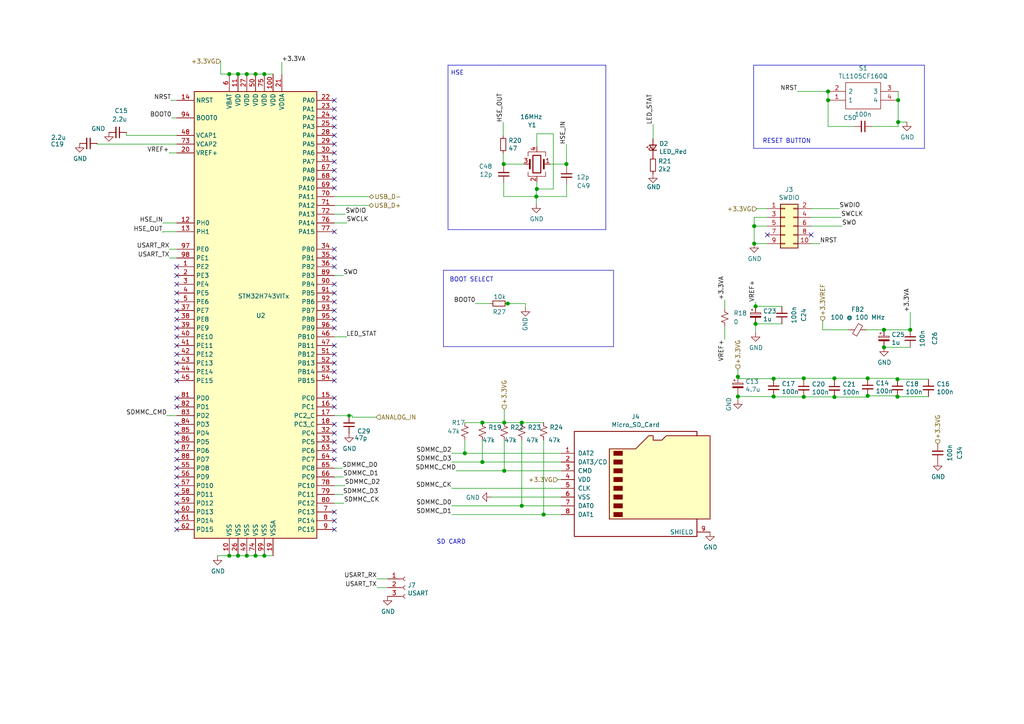
<source format=kicad_sch>
(kicad_sch (version 20201015) (generator eeschema)
  (paper "A4")
  (title_block (title "PorpDAQ MCU") (date "2020-11-16") (rev "1.0"))
  (lib_symbols
    (symbol "Connector:Conn_01x03_Female" (pin_names (offset 1.016) hide)
      (property "Reference" "J" (at 0 5.08 0))
      (property "Value" "Conn_01x03_Female" (at 0 -5.08 0))
      (symbol "Conn_01x03_Female_1_1"
        (arc (start 0 -2.032) (end 0 -3.048) (radius (at 0 -2.54) (length 0.508) (angles 90.1 -90.1)) (stroke (width 0.1524)))
        (arc (start 0 0.508) (end 0 -0.508) (radius (at 0 0) (length 0.508) (angles 90.1 -90.1)) (stroke (width 0.1524)))
        (arc (start 0 3.048) (end 0 2.032) (radius (at 0 2.54) (length 0.508) (angles 90.1 -90.1)) (stroke (width 0.1524)))
        (polyline (pts (xy -1.27 -2.54) (xy -0.508 -2.54)) (stroke (width 0.1524)))
        (polyline (pts (xy -1.27 0) (xy -0.508 0)) (stroke (width 0.1524)))
        (polyline (pts (xy -1.27 2.54) (xy -0.508 2.54)) (stroke (width 0.1524)))
        (pin passive line (at -5.08 2.54 0) (length 3.81) (name "Pin_1") (number "1"))
        (pin passive line (at -5.08 0 0) (length 3.81) (name "Pin_2") (number "2"))
        (pin passive line (at -5.08 -2.54 0) (length 3.81) (name "Pin_3") (number "3"))
      )
    )
    (symbol "Connector:Micro_SD_Card" (pin_names (offset 1.016))
      (property "Reference" "J" (at -16.51 15.24 0))
      (property "Value" "Micro_SD_Card" (at 16.51 15.24 0))
      (symbol "Micro_SD_Card_0_1"
        (rectangle (start -7.62 -9.525) (end -5.08 -10.795) (fill (type outline)))
        (rectangle (start -7.62 -6.985) (end -5.08 -8.255) (fill (type outline)))
        (rectangle (start -7.62 -4.445) (end -5.08 -5.715) (fill (type outline)))
        (rectangle (start -7.62 -1.905) (end -5.08 -3.175) (fill (type outline)))
        (rectangle (start -7.62 0.635) (end -5.08 -0.635) (fill (type outline)))
        (rectangle (start -7.62 3.175) (end -5.08 1.905) (fill (type outline)))
        (rectangle (start -7.62 5.715) (end -5.08 4.445) (fill (type outline)))
        (rectangle (start -7.62 8.255) (end -5.08 6.985) (fill (type outline)))
        (polyline (pts (xy 16.51 12.7) (xy 16.51 13.97) (xy -19.05 13.97) (xy -19.05 -16.51) (xy 16.51 -16.51) (xy 16.51 -11.43)) (stroke (width 0.254)))
        (polyline (pts (xy -8.89 -11.43) (xy -8.89 8.89) (xy -1.27 8.89) (xy 2.54 12.7) (xy 3.81 12.7) (xy 3.81 11.43) (xy 6.35 11.43) (xy 7.62 12.7) (xy 20.32 12.7) (xy 20.32 -11.43) (xy -8.89 -11.43)) (stroke (width 0.254)) (fill (type background)))
      )
      (symbol "Micro_SD_Card_1_1"
        (pin bidirectional line (at -22.86 7.62 0) (length 3.81) (name "DAT2") (number "1"))
        (pin bidirectional line (at -22.86 5.08 0) (length 3.81) (name "DAT3/CD") (number "2"))
        (pin input line (at -22.86 2.54 0) (length 3.81) (name "CMD") (number "3"))
        (pin power_in line (at -22.86 0 0) (length 3.81) (name "VDD") (number "4"))
        (pin input line (at -22.86 -2.54 0) (length 3.81) (name "CLK") (number "5"))
        (pin power_in line (at -22.86 -5.08 0) (length 3.81) (name "VSS") (number "6"))
        (pin bidirectional line (at -22.86 -7.62 0) (length 3.81) (name "DAT0") (number "7"))
        (pin bidirectional line (at -22.86 -10.16 0) (length 3.81) (name "DAT1") (number "8"))
        (pin passive line (at 20.32 -15.24 180) (length 3.81) (name "SHIELD") (number "9"))
      )
    )
    (symbol "Connector_Generic:Conn_02x05_Odd_Even" (pin_names (offset 1.016) hide)
      (property "Reference" "J" (at 1.27 7.62 0))
      (property "Value" "Conn_02x05_Odd_Even" (at 1.27 -7.62 0))
      (symbol "Conn_02x05_Odd_Even_1_1"
        (rectangle (start -1.27 -4.953) (end 0 -5.207) (stroke (width 0.1524)))
        (rectangle (start -1.27 -2.413) (end 0 -2.667) (stroke (width 0.1524)))
        (rectangle (start -1.27 2.667) (end 0 2.413) (stroke (width 0.1524)))
        (rectangle (start -1.27 5.207) (end 0 4.953) (stroke (width 0.1524)))
        (rectangle (start -1.27 6.35) (end 3.81 -6.35) (stroke (width 0.254)) (fill (type background)))
        (rectangle (start -1.27 0.127) (end 0 -0.127) (stroke (width 0.1524)))
        (rectangle (start 3.81 -4.953) (end 2.54 -5.207) (stroke (width 0.1524)))
        (rectangle (start 3.81 -2.413) (end 2.54 -2.667) (stroke (width 0.1524)))
        (rectangle (start 3.81 2.667) (end 2.54 2.413) (stroke (width 0.1524)))
        (rectangle (start 3.81 5.207) (end 2.54 4.953) (stroke (width 0.1524)))
        (rectangle (start 3.81 0.127) (end 2.54 -0.127) (stroke (width 0.1524)))
        (pin passive line (at -5.08 5.08 0) (length 3.81) (name "Pin_1") (number "1"))
        (pin passive line (at 7.62 -5.08 180) (length 3.81) (name "Pin_10") (number "10"))
        (pin passive line (at 7.62 5.08 180) (length 3.81) (name "Pin_2") (number "2"))
        (pin passive line (at -5.08 2.54 0) (length 3.81) (name "Pin_3") (number "3"))
        (pin passive line (at 7.62 2.54 180) (length 3.81) (name "Pin_4") (number "4"))
        (pin passive line (at -5.08 0 0) (length 3.81) (name "Pin_5") (number "5"))
        (pin passive line (at 7.62 0 180) (length 3.81) (name "Pin_6") (number "6"))
        (pin passive line (at -5.08 -2.54 0) (length 3.81) (name "Pin_7") (number "7"))
        (pin passive line (at 7.62 -2.54 180) (length 3.81) (name "Pin_8") (number "8"))
        (pin passive line (at -5.08 -5.08 0) (length 3.81) (name "Pin_9") (number "9"))
      )
    )
    (symbol "Device:C_Polarized_Small" (pin_numbers hide) (pin_names (offset 0.254) hide)
      (property "Reference" "C" (at 0.254 1.778 0))
      (property "Value" "C_Polarized_Small" (at 0.254 -2.032 0))
      (symbol "C_Polarized_Small_0_1"
        (rectangle (start -1.524 -0.3048) (end 1.524 -0.6858) (fill (type outline)))
        (rectangle (start -1.524 0.6858) (end 1.524 0.3048))
        (polyline (pts (xy -1.27 1.524) (xy -0.762 1.524)))
        (polyline (pts (xy -1.016 1.27) (xy -1.016 1.778)))
      )
      (symbol "C_Polarized_Small_1_1"
        (pin passive line (at 0 2.54 270) (length 1.8542) (name "~") (number "1"))
        (pin passive line (at 0 -2.54 90) (length 1.8542) (name "~") (number "2"))
      )
    )
    (symbol "Device:C_Small" (pin_numbers hide) (pin_names (offset 0.254) hide)
      (property "Reference" "C" (at 0.254 1.778 0))
      (property "Value" "C_Small" (at 0.254 -2.032 0))
      (symbol "C_Small_0_1"
        (polyline (pts (xy -1.524 -0.508) (xy 1.524 -0.508)) (stroke (width 0.3302)))
        (polyline (pts (xy -1.524 0.508) (xy 1.524 0.508)) (stroke (width 0.3048)))
      )
      (symbol "C_Small_1_1"
        (pin passive line (at 0 2.54 270) (length 2.032) (name "~") (number "1"))
        (pin passive line (at 0 -2.54 90) (length 2.032) (name "~") (number "2"))
      )
    )
    (symbol "Device:Crystal_GND24" (pin_names (offset 1.016) hide)
      (property "Reference" "Y" (at 3.175 5.08 0))
      (property "Value" "Crystal_GND24" (at 3.175 3.175 0))
      (symbol "Crystal_GND24_0_1"
        (rectangle (start -1.143 2.54) (end 1.143 -2.54) (stroke (width 0.3048)))
        (polyline (pts (xy -2.54 0) (xy -2.032 0)))
        (polyline (pts (xy -2.032 -1.27) (xy -2.032 1.27)) (stroke (width 0.508)))
        (polyline (pts (xy 0 -3.81) (xy 0 -3.556)))
        (polyline (pts (xy 0 3.556) (xy 0 3.81)))
        (polyline (pts (xy 2.032 -1.27) (xy 2.032 1.27)) (stroke (width 0.508)))
        (polyline (pts (xy 2.032 0) (xy 2.54 0)))
        (polyline (pts (xy -2.54 -2.286) (xy -2.54 -3.556) (xy 2.54 -3.556) (xy 2.54 -2.286)))
        (polyline (pts (xy -2.54 2.286) (xy -2.54 3.556) (xy 2.54 3.556) (xy 2.54 2.286)))
      )
      (symbol "Crystal_GND24_1_1"
        (pin passive line (at -3.81 0 0) (length 1.27) (name "1") (number "1"))
        (pin passive line (at 0 5.08 270) (length 1.27) (name "2") (number "2"))
        (pin passive line (at 3.81 0 180) (length 1.27) (name "3") (number "3"))
        (pin passive line (at 0 -5.08 90) (length 1.27) (name "4") (number "4"))
      )
    )
    (symbol "Device:FerriteBead_Small" (pin_numbers hide) (pin_names (offset 0))
      (property "Reference" "FB" (at 1.905 1.27 0))
      (property "Value" "FerriteBead_Small" (at 1.905 -1.27 0))
      (symbol "FerriteBead_Small_0_1"
        (polyline (pts (xy 0 -1.27) (xy 0 -0.7874)))
        (polyline (pts (xy 0 0.889) (xy 0 1.2954)))
        (polyline (pts (xy -1.8288 0.2794) (xy -1.1176 1.4986) (xy 1.8288 -0.2032) (xy 1.1176 -1.4224) (xy -1.8288 0.2794)))
      )
      (symbol "FerriteBead_Small_1_1"
        (pin passive line (at 0 2.54 270) (length 1.27) (name "~") (number "1"))
        (pin passive line (at 0 -2.54 90) (length 1.27) (name "~") (number "2"))
      )
    )
    (symbol "Device:LED_Small" (pin_numbers hide) (pin_names (offset 0.254) hide)
      (property "Reference" "D" (at -1.27 3.175 0))
      (property "Value" "LED_Small" (at -4.445 -2.54 0))
      (symbol "LED_Small_0_1"
        (polyline (pts (xy -0.762 -1.016) (xy -0.762 1.016)) (stroke (width 0.254)))
        (polyline (pts (xy 1.016 0) (xy -0.762 0)))
        (polyline (pts (xy 0.762 -1.016) (xy -0.762 0) (xy 0.762 1.016) (xy 0.762 -1.016)) (stroke (width 0.254)))
        (polyline (pts (xy 0 0.762) (xy -0.508 1.27) (xy -0.254 1.27) (xy -0.508 1.27) (xy -0.508 1.016)))
        (polyline (pts (xy 0.508 1.27) (xy 0 1.778) (xy 0.254 1.778) (xy 0 1.778) (xy 0 1.524)))
      )
      (symbol "LED_Small_1_1"
        (pin passive line (at -2.54 0 0) (length 1.778) (name "K") (number "1"))
        (pin passive line (at 2.54 0 180) (length 1.778) (name "A") (number "2"))
      )
    )
    (symbol "Device:R_Small" (pin_numbers hide) (pin_names (offset 0.254) hide)
      (property "Reference" "R" (at 0.762 0.508 0))
      (property "Value" "R_Small" (at 0.762 -1.016 0))
      (symbol "R_Small_0_1"
        (rectangle (start -0.762 1.778) (end 0.762 -1.778) (stroke (width 0.2032)))
      )
      (symbol "R_Small_1_1"
        (pin passive line (at 0 2.54 270) (length 0.762) (name "~") (number "1"))
        (pin passive line (at 0 -2.54 90) (length 0.762) (name "~") (number "2"))
      )
    )
    (symbol "Device:R_Small_US" (pin_numbers hide) (pin_names (offset 0.254) hide)
      (property "Reference" "R" (at 0.762 0.508 0))
      (property "Value" "R_Small_US" (at 0.762 -1.016 0))
      (symbol "R_Small_US_1_1"
        (polyline (pts (xy 0 0) (xy 1.016 -0.381) (xy 0 -0.762) (xy -1.016 -1.143) (xy 0 -1.524)))
        (polyline (pts (xy 0 1.524) (xy 1.016 1.143) (xy 0 0.762) (xy -1.016 0.381) (xy 0 0)))
        (pin passive line (at 0 2.54 270) (length 1.016) (name "~") (number "1"))
        (pin passive line (at 0 -2.54 90) (length 1.016) (name "~") (number "2"))
      )
    )
    (symbol "MCU_ST_STM32H7:STM32H743VITx"
      (property "Reference" "U" (at -17.78 64.77 0))
      (property "Value" "STM32H743VITx" (at 10.16 64.77 0))
      (symbol "STM32H743VITx_0_1"
        (rectangle (start -17.78 -66.04) (end 17.78 63.5) (stroke (width 0.254)) (fill (type background)))
      )
      (symbol "STM32H743VITx_1_1"
        (pin input line (at -22.86 55.88 0) (length 5.08) (name "BOOT0") (number "94"))
        (pin input line (at -22.86 60.96 0) (length 5.08) (name "NRST") (number "14"))
        (pin bidirectional line (at 22.86 60.96 180) (length 5.08) (name "PA0") (number "22"))
        (pin bidirectional line (at 22.86 58.42 180) (length 5.08) (name "PA1") (number "23"))
        (pin bidirectional line (at 22.86 35.56 180) (length 5.08) (name "PA10") (number "69"))
        (pin bidirectional line (at 22.86 33.02 180) (length 5.08) (name "PA11") (number "70"))
        (pin bidirectional line (at 22.86 30.48 180) (length 5.08) (name "PA12") (number "71"))
        (pin bidirectional line (at 22.86 27.94 180) (length 5.08) (name "PA13") (number "72"))
        (pin bidirectional line (at 22.86 25.4 180) (length 5.08) (name "PA14") (number "76"))
        (pin bidirectional line (at 22.86 22.86 180) (length 5.08) (name "PA15") (number "77"))
        (pin bidirectional line (at 22.86 55.88 180) (length 5.08) (name "PA2") (number "24"))
        (pin bidirectional line (at 22.86 53.34 180) (length 5.08) (name "PA3") (number "25"))
        (pin bidirectional line (at 22.86 50.8 180) (length 5.08) (name "PA4") (number "28"))
        (pin bidirectional line (at 22.86 48.26 180) (length 5.08) (name "PA5") (number "29"))
        (pin bidirectional line (at 22.86 45.72 180) (length 5.08) (name "PA6") (number "30"))
        (pin bidirectional line (at 22.86 43.18 180) (length 5.08) (name "PA7") (number "31"))
        (pin bidirectional line (at 22.86 40.64 180) (length 5.08) (name "PA8") (number "67"))
        (pin bidirectional line (at 22.86 38.1 180) (length 5.08) (name "PA9") (number "68"))
        (pin bidirectional line (at 22.86 17.78 180) (length 5.08) (name "PB0") (number "34"))
        (pin bidirectional line (at 22.86 15.24 180) (length 5.08) (name "PB1") (number "35"))
        (pin bidirectional line (at 22.86 -7.62 180) (length 5.08) (name "PB10") (number "46"))
        (pin bidirectional line (at 22.86 -10.16 180) (length 5.08) (name "PB11") (number "47"))
        (pin bidirectional line (at 22.86 -12.7 180) (length 5.08) (name "PB12") (number "51"))
        (pin bidirectional line (at 22.86 -15.24 180) (length 5.08) (name "PB13") (number "52"))
        (pin bidirectional line (at 22.86 -17.78 180) (length 5.08) (name "PB14") (number "53"))
        (pin bidirectional line (at 22.86 -20.32 180) (length 5.08) (name "PB15") (number "54"))
        (pin bidirectional line (at 22.86 12.7 180) (length 5.08) (name "PB2") (number "36"))
        (pin bidirectional line (at 22.86 10.16 180) (length 5.08) (name "PB3") (number "89"))
        (pin bidirectional line (at 22.86 7.62 180) (length 5.08) (name "PB4") (number "90"))
        (pin bidirectional line (at 22.86 5.08 180) (length 5.08) (name "PB5") (number "91"))
        (pin bidirectional line (at 22.86 2.54 180) (length 5.08) (name "PB6") (number "92"))
        (pin bidirectional line (at 22.86 0 180) (length 5.08) (name "PB7") (number "93"))
        (pin bidirectional line (at 22.86 -2.54 180) (length 5.08) (name "PB8") (number "95"))
        (pin bidirectional line (at 22.86 -5.08 180) (length 5.08) (name "PB9") (number "96"))
        (pin bidirectional line (at 22.86 -25.4 180) (length 5.08) (name "PC0") (number "15"))
        (pin bidirectional line (at 22.86 -27.94 180) (length 5.08) (name "PC1") (number "16"))
        (pin bidirectional line (at 22.86 -50.8 180) (length 5.08) (name "PC10") (number "78"))
        (pin bidirectional line (at 22.86 -53.34 180) (length 5.08) (name "PC11") (number "79"))
        (pin bidirectional line (at 22.86 -55.88 180) (length 5.08) (name "PC12") (number "80"))
        (pin bidirectional line (at 22.86 -58.42 180) (length 5.08) (name "PC13") (number "7"))
        (pin bidirectional line (at 22.86 -60.96 180) (length 5.08) (name "PC14") (number "8"))
        (pin bidirectional line (at 22.86 -63.5 180) (length 5.08) (name "PC15") (number "9"))
        (pin bidirectional line (at 22.86 -30.48 180) (length 5.08) (name "PC2_C") (number "17"))
        (pin bidirectional line (at 22.86 -33.02 180) (length 5.08) (name "PC3_C") (number "18"))
        (pin bidirectional line (at 22.86 -35.56 180) (length 5.08) (name "PC4") (number "32"))
        (pin bidirectional line (at 22.86 -38.1 180) (length 5.08) (name "PC5") (number "33"))
        (pin bidirectional line (at 22.86 -40.64 180) (length 5.08) (name "PC6") (number "63"))
        (pin bidirectional line (at 22.86 -43.18 180) (length 5.08) (name "PC7") (number "64"))
        (pin bidirectional line (at 22.86 -45.72 180) (length 5.08) (name "PC8") (number "65"))
        (pin bidirectional line (at 22.86 -48.26 180) (length 5.08) (name "PC9") (number "66"))
        (pin bidirectional line (at -22.86 -25.4 0) (length 5.08) (name "PD0") (number "81"))
        (pin bidirectional line (at -22.86 -27.94 0) (length 5.08) (name "PD1") (number "82"))
        (pin bidirectional line (at -22.86 -50.8 0) (length 5.08) (name "PD10") (number "57"))
        (pin bidirectional line (at -22.86 -53.34 0) (length 5.08) (name "PD11") (number "58"))
        (pin bidirectional line (at -22.86 -55.88 0) (length 5.08) (name "PD12") (number "59"))
        (pin bidirectional line (at -22.86 -58.42 0) (length 5.08) (name "PD13") (number "60"))
        (pin bidirectional line (at -22.86 -60.96 0) (length 5.08) (name "PD14") (number "61"))
        (pin bidirectional line (at -22.86 -63.5 0) (length 5.08) (name "PD15") (number "62"))
        (pin bidirectional line (at -22.86 -30.48 0) (length 5.08) (name "PD2") (number "83"))
        (pin bidirectional line (at -22.86 -33.02 0) (length 5.08) (name "PD3") (number "84"))
        (pin bidirectional line (at -22.86 -35.56 0) (length 5.08) (name "PD4") (number "85"))
        (pin bidirectional line (at -22.86 -38.1 0) (length 5.08) (name "PD5") (number "86"))
        (pin bidirectional line (at -22.86 -40.64 0) (length 5.08) (name "PD6") (number "87"))
        (pin bidirectional line (at -22.86 -43.18 0) (length 5.08) (name "PD7") (number "88"))
        (pin bidirectional line (at -22.86 -45.72 0) (length 5.08) (name "PD8") (number "55"))
        (pin bidirectional line (at -22.86 -48.26 0) (length 5.08) (name "PD9") (number "56"))
        (pin bidirectional line (at -22.86 17.78 0) (length 5.08) (name "PE0") (number "97"))
        (pin bidirectional line (at -22.86 15.24 0) (length 5.08) (name "PE1") (number "98"))
        (pin bidirectional line (at -22.86 -7.62 0) (length 5.08) (name "PE10") (number "40"))
        (pin bidirectional line (at -22.86 -10.16 0) (length 5.08) (name "PE11") (number "41"))
        (pin bidirectional line (at -22.86 -12.7 0) (length 5.08) (name "PE12") (number "42"))
        (pin bidirectional line (at -22.86 -15.24 0) (length 5.08) (name "PE13") (number "43"))
        (pin bidirectional line (at -22.86 -17.78 0) (length 5.08) (name "PE14") (number "44"))
        (pin bidirectional line (at -22.86 -20.32 0) (length 5.08) (name "PE15") (number "45"))
        (pin bidirectional line (at -22.86 12.7 0) (length 5.08) (name "PE2") (number "1"))
        (pin bidirectional line (at -22.86 10.16 0) (length 5.08) (name "PE3") (number "2"))
        (pin bidirectional line (at -22.86 7.62 0) (length 5.08) (name "PE4") (number "3"))
        (pin bidirectional line (at -22.86 5.08 0) (length 5.08) (name "PE5") (number "4"))
        (pin bidirectional line (at -22.86 2.54 0) (length 5.08) (name "PE6") (number "5"))
        (pin bidirectional line (at -22.86 0 0) (length 5.08) (name "PE7") (number "37"))
        (pin bidirectional line (at -22.86 -2.54 0) (length 5.08) (name "PE8") (number "38"))
        (pin bidirectional line (at -22.86 -5.08 0) (length 5.08) (name "PE9") (number "39"))
        (pin input line (at -22.86 25.4 0) (length 5.08) (name "PH0") (number "12"))
        (pin input line (at -22.86 22.86 0) (length 5.08) (name "PH1") (number "13"))
        (pin power_in line (at -7.62 68.58 270) (length 5.08) (name "VBAT") (number "6"))
        (pin power_in line (at -22.86 50.8 0) (length 5.08) (name "VCAP1") (number "48"))
        (pin power_in line (at -22.86 48.26 0) (length 5.08) (name "VCAP2") (number "73"))
        (pin power_in line (at 5.08 68.58 270) (length 5.08) (name "VDD") (number "100"))
        (pin power_in line (at -5.08 68.58 270) (length 5.08) (name "VDD") (number "11"))
        (pin power_in line (at -2.54 68.58 270) (length 5.08) (name "VDD") (number "27"))
        (pin power_in line (at 0 68.58 270) (length 5.08) (name "VDD") (number "50"))
        (pin power_in line (at 2.54 68.58 270) (length 5.08) (name "VDD") (number "75"))
        (pin power_in line (at 7.62 68.58 270) (length 5.08) (name "VDDA") (number "21"))
        (pin bidirectional line (at -22.86 45.72 0) (length 5.08) (name "VREF+") (number "20"))
        (pin power_in line (at -7.62 -71.12 90) (length 5.08) (name "VSS") (number "10"))
        (pin power_in line (at -5.08 -71.12 90) (length 5.08) (name "VSS") (number "26"))
        (pin power_in line (at -2.54 -71.12 90) (length 5.08) (name "VSS") (number "49"))
        (pin power_in line (at 0 -71.12 90) (length 5.08) (name "VSS") (number "74"))
        (pin power_in line (at 2.54 -71.12 90) (length 5.08) (name "VSS") (number "99"))
        (pin power_in line (at 5.08 -71.12 90) (length 5.08) (name "VSSA") (number "19"))
      )
    )
    (symbol "SamacSys_Parts:TL1105CF160Q_0" (pin_names (offset 0.762))
      (property "Reference" "S" (at 16.51 7.62 0))
      (property "Value" "TL1105CF160Q_0" (at 16.51 5.08 0))
      (symbol "TL1105CF160Q_0_0_0"
        (pin passive line (at 0 -2.54 0) (length 5.08) (name "1") (number "1"))
        (pin passive line (at 0 0 0) (length 5.08) (name "2") (number "2"))
        (pin passive line (at 20.32 0 180) (length 5.08) (name "3") (number "3"))
        (pin passive line (at 20.32 -2.54 180) (length 5.08) (name "4") (number "4"))
      )
      (symbol "TL1105CF160Q_0_0_1"
        (polyline (pts (xy 5.08 2.54) (xy 15.24 2.54) (xy 15.24 -5.08) (xy 5.08 -5.08) (xy 5.08 2.54)) (stroke (width 0.1524)))
      )
    )
    (symbol "power:GND" (power) (pin_names (offset 0))
      (property "Value" "GND" (at 0 -3.81 0))
      (symbol "GND_0_1"
        (polyline (pts (xy 0 0) (xy 0 -1.27) (xy 1.27 -1.27) (xy 0 -2.54) (xy -1.27 -1.27) (xy 0 -1.27)))
      )
      (symbol "GND_1_1"
        (pin power_in line (at 0 0 270) (length 0) hide (name "GND") (number "1"))
      )
    )
  )
  (junction (at 66.4972 21.4884) (diameter 1.016))
  (junction (at 66.4972 161.1884) (diameter 1.016))
  (junction (at 69.0372 21.4884) (diameter 1.016))
  (junction (at 69.0372 161.1884) (diameter 1.016))
  (junction (at 71.5772 21.4884) (diameter 1.016))
  (junction (at 71.5772 161.1884) (diameter 1.016))
  (junction (at 74.1172 21.4884) (diameter 1.016))
  (junction (at 74.1172 161.1884) (diameter 1.016))
  (junction (at 76.6572 21.4884) (diameter 1.016))
  (junction (at 76.6572 161.1884) (diameter 1.016))
  (junction (at 101.2444 120.5484) (diameter 0.9144))
  (junction (at 134.8232 131.4704) (diameter 1.016))
  (junction (at 139.9032 122.5804) (diameter 1.016))
  (junction (at 139.9032 134.0104) (diameter 1.016))
  (junction (at 146.1008 47.5996) (diameter 1.016))
  (junction (at 146.2532 122.5804) (diameter 1.016))
  (junction (at 146.2532 136.5504) (diameter 1.016))
  (junction (at 147.2692 88.0364) (diameter 1.016))
  (junction (at 151.3332 122.5804) (diameter 1.016))
  (junction (at 151.3332 146.7104) (diameter 1.016))
  (junction (at 155.5496 56.9976) (diameter 1.016))
  (junction (at 155.702 54.8132) (diameter 1.016))
  (junction (at 157.6832 149.2504) (diameter 1.016))
  (junction (at 164.2872 47.5996) (diameter 1.016))
  (junction (at 214.0204 109.2708) (diameter 1.016))
  (junction (at 214.0204 115.0112) (diameter 1.016))
  (junction (at 218.7448 65.5828) (diameter 1.016))
  (junction (at 218.7448 70.6628) (diameter 1.016))
  (junction (at 219.1512 88.8492) (diameter 1.016))
  (junction (at 219.1512 93.9292) (diameter 1.016))
  (junction (at 224.3836 109.8296) (diameter 1.016))
  (junction (at 224.3836 115.0112) (diameter 1.016))
  (junction (at 233.1212 109.728) (diameter 1.016))
  (junction (at 233.1212 115.1128) (diameter 1.016))
  (junction (at 240.1824 26.5176) (diameter 1.016))
  (junction (at 240.1824 29.0576) (diameter 1.016))
  (junction (at 242.0112 109.728) (diameter 1.016))
  (junction (at 242.0112 115.1636) (diameter 1.016))
  (junction (at 251.6632 109.728) (diameter 1.016))
  (junction (at 251.6632 114.808) (diameter 1.016))
  (junction (at 256.3876 95.6564) (diameter 1.016))
  (junction (at 256.3876 100.7364) (diameter 1.016))
  (junction (at 260.2992 109.982) (diameter 1.016))
  (junction (at 260.2992 115.062) (diameter 1.016))
  (junction (at 260.5024 29.0576) (diameter 1.016))
  (junction (at 260.5024 35.4076) (diameter 1.016))
  (junction (at 264.0076 95.6564) (diameter 1.016))
  (no_connect (at 96.9772 151.0284))
  (no_connect (at 96.9772 128.1684))
  (no_connect (at 96.9772 110.3884))
  (no_connect (at 51.2572 151.0284))
  (no_connect (at 222.5548 68.1228))
  (no_connect (at 51.2572 125.6284))
  (no_connect (at 51.2572 90.0684))
  (no_connect (at 51.2572 100.2284))
  (no_connect (at 51.2572 130.7084))
  (no_connect (at 96.9772 105.3084))
  (no_connect (at 51.2572 105.3084))
  (no_connect (at 51.2572 148.4884))
  (no_connect (at 96.9772 54.5084))
  (no_connect (at 51.2572 79.9084))
  (no_connect (at 51.2572 135.7884))
  (no_connect (at 51.2572 84.9884))
  (no_connect (at 235.2548 68.1228))
  (no_connect (at 51.2572 145.9484))
  (no_connect (at 51.2572 77.3684))
  (no_connect (at 96.9772 72.2884))
  (no_connect (at 96.9772 51.9684))
  (no_connect (at 96.9772 90.0684))
  (no_connect (at 51.2572 102.7684))
  (no_connect (at 96.9772 107.8484))
  (no_connect (at 96.9772 49.4284))
  (no_connect (at 51.2572 123.0884))
  (no_connect (at 51.2572 118.0084))
  (no_connect (at 96.9772 36.7284))
  (no_connect (at 96.9772 123.0884))
  (no_connect (at 51.2572 133.2484))
  (no_connect (at 96.9772 133.2484))
  (no_connect (at 51.2572 110.3884))
  (no_connect (at 51.2572 82.4484))
  (no_connect (at 51.2572 143.4084))
  (no_connect (at 51.2572 115.4684))
  (no_connect (at 96.9772 82.4484))
  (no_connect (at 96.9772 74.8284))
  (no_connect (at 96.9772 125.6284))
  (no_connect (at 96.9772 100.2284))
  (no_connect (at 51.2572 87.5284))
  (no_connect (at 96.9772 153.5684))
  (no_connect (at 96.9772 31.6484))
  (no_connect (at 96.9772 148.4884))
  (no_connect (at 96.9772 67.2084))
  (no_connect (at 96.9772 44.3484))
  (no_connect (at 96.9772 29.1084))
  (no_connect (at 96.9772 95.1484))
  (no_connect (at 51.2572 107.8484))
  (no_connect (at 96.9772 41.8084))
  (no_connect (at 96.9772 118.0084))
  (no_connect (at 51.2572 97.6884))
  (no_connect (at 51.2572 138.3284))
  (no_connect (at 51.2572 128.1684))
  (no_connect (at 51.2572 153.5684))
  (no_connect (at 51.2572 140.8684))
  (no_connect (at 96.9772 46.8884))
  (no_connect (at 96.9772 39.2684))
  (no_connect (at 96.9772 87.5284))
  (no_connect (at 96.9772 115.4684))
  (no_connect (at 96.9772 102.7684))
  (no_connect (at 96.9772 130.7084))
  (no_connect (at 96.9772 77.3684))
  (no_connect (at 51.2572 95.1484))
  (no_connect (at 96.9772 34.1884))
  (no_connect (at 96.9772 84.9884))
  (no_connect (at 51.2572 92.6084))
  (no_connect (at 96.9772 92.6084))
  (wire (pts (xy 28.194 41.8084) (xy 28.194 41.6052)))
  (wire (pts (xy 36.6776 39.2684) (xy 36.6776 38.4048)))
  (wire (pts (xy 47.1932 67.2084) (xy 47.1932 67.4116)))
  (wire (pts (xy 47.2948 64.6684) (xy 47.2948 64.7192)))
  (wire (pts (xy 48.4124 120.5484) (xy 48.4124 120.5992)))
  (wire (pts (xy 49.0728 44.3484) (xy 49.0728 44.3992)))
  (wire (pts (xy 49.1744 72.2884) (xy 49.1744 72.2376)))
  (wire (pts (xy 49.1744 74.8284) (xy 51.2572 74.8284)))
  (wire (pts (xy 49.6316 29.1084) (xy 49.6316 29.1592)))
  (wire (pts (xy 49.784 34.1884) (xy 51.2572 34.1884)))
  (wire (pts (xy 51.2572 29.1084) (xy 49.6316 29.1084)))
  (wire (pts (xy 51.2572 39.2684) (xy 36.6776 39.2684)))
  (wire (pts (xy 51.2572 41.8084) (xy 28.194 41.8084)))
  (wire (pts (xy 51.2572 44.3484) (xy 49.0728 44.3484)))
  (wire (pts (xy 51.2572 64.6684) (xy 47.2948 64.6684)))
  (wire (pts (xy 51.2572 67.2084) (xy 47.1932 67.2084)))
  (wire (pts (xy 51.2572 72.2884) (xy 49.1744 72.2884)))
  (wire (pts (xy 51.2572 120.5484) (xy 48.4124 120.5484)))
  (wire (pts (xy 63.0936 161.1884) (xy 63.0936 161.29)))
  (wire (pts (xy 64.008 21.4884) (xy 64.008 17.78)))
  (wire (pts (xy 66.4972 21.4884) (xy 64.008 21.4884)))
  (wire (pts (xy 66.4972 161.1884) (xy 63.0936 161.1884)))
  (wire (pts (xy 69.0372 21.4884) (xy 66.4972 21.4884)))
  (wire (pts (xy 69.0372 161.1884) (xy 66.4972 161.1884)))
  (wire (pts (xy 71.5772 21.4884) (xy 69.0372 21.4884)))
  (wire (pts (xy 71.5772 161.1884) (xy 69.0372 161.1884)))
  (wire (pts (xy 74.1172 21.4884) (xy 71.5772 21.4884)))
  (wire (pts (xy 74.1172 161.1884) (xy 71.5772 161.1884)))
  (wire (pts (xy 76.6572 21.4884) (xy 74.1172 21.4884)))
  (wire (pts (xy 76.6572 161.1884) (xy 74.1172 161.1884)))
  (wire (pts (xy 79.1972 21.4884) (xy 76.6572 21.4884)))
  (wire (pts (xy 79.1972 161.1884) (xy 76.6572 161.1884)))
  (wire (pts (xy 81.7372 18.0848) (xy 81.6864 18.0848)))
  (wire (pts (xy 81.7372 21.4884) (xy 81.7372 18.0848)))
  (wire (pts (xy 96.9772 57.0484) (xy 107.1372 57.0484)))
  (wire (pts (xy 96.9772 59.5884) (xy 107.0864 59.5884)))
  (wire (pts (xy 96.9772 62.1284) (xy 100.1776 62.1284)))
  (wire (pts (xy 96.9772 64.6684) (xy 100.4824 64.6684)))
  (wire (pts (xy 96.9772 79.9084) (xy 99.568 79.9084)))
  (wire (pts (xy 96.9772 97.6884) (xy 100.4316 97.6884)))
  (wire (pts (xy 96.9772 120.5484) (xy 101.2444 120.5484)))
  (wire (pts (xy 96.9772 135.7884) (xy 99.2632 135.7884)))
  (wire (pts (xy 96.9772 138.3284) (xy 99.5172 138.3284)))
  (wire (pts (xy 96.9772 140.8684) (xy 99.9744 140.8684)))
  (wire (pts (xy 96.9772 143.4084) (xy 99.4664 143.4084)))
  (wire (pts (xy 96.9772 145.9484) (xy 99.7204 145.9484)))
  (wire (pts (xy 99.2632 135.7884) (xy 99.2632 135.8392)))
  (wire (pts (xy 99.4664 143.4084) (xy 99.4664 143.4592)))
  (wire (pts (xy 99.5172 138.3284) (xy 99.5172 138.2776)))
  (wire (pts (xy 99.7204 145.9484) (xy 99.7204 145.8976)))
  (wire (pts (xy 99.9744 140.8684) (xy 99.9744 140.7668)))
  (wire (pts (xy 100.4316 97.6884) (xy 100.4316 97.8408)))
  (wire (pts (xy 100.4824 64.6684) (xy 100.4824 64.5668)))
  (wire (pts (xy 101.2444 120.65) (xy 101.2444 120.5484)))
  (wire (pts (xy 102.1588 120.5484) (xy 101.2444 120.5484)))
  (wire (pts (xy 102.1588 121.0056) (xy 102.1588 120.5484)))
  (wire (pts (xy 109.0676 121.0056) (xy 102.1588 121.0056)))
  (wire (pts (xy 109.3216 167.894) (xy 109.3216 167.8432)))
  (wire (pts (xy 109.3216 170.434) (xy 112.4204 170.434)))
  (wire (pts (xy 112.4204 167.894) (xy 109.3216 167.894)))
  (wire (pts (xy 131.0132 131.4704) (xy 134.8232 131.4704)))
  (wire (pts (xy 131.0132 134.0104) (xy 139.9032 134.0104)))
  (wire (pts (xy 131.0132 141.6304) (xy 162.7632 141.6304)))
  (wire (pts (xy 131.0132 146.7104) (xy 151.3332 146.7104)))
  (wire (pts (xy 131.0132 149.2504) (xy 157.6832 149.2504)))
  (wire (pts (xy 132.2832 136.5504) (xy 146.2532 136.5504)))
  (wire (pts (xy 134.8232 122.5804) (xy 139.9032 122.5804)))
  (wire (pts (xy 134.8232 127.6604) (xy 134.8232 131.4704)))
  (wire (pts (xy 134.8232 131.4704) (xy 162.7632 131.4704)))
  (wire (pts (xy 137.922 88.0364) (xy 137.922 87.9856)))
  (wire (pts (xy 139.9032 127.6604) (xy 139.9032 134.0104)))
  (wire (pts (xy 139.9032 134.0104) (xy 162.7632 134.0104)))
  (wire (pts (xy 142.1892 88.0364) (xy 137.922 88.0364)))
  (wire (pts (xy 145.9484 39.37) (xy 145.9484 35.4584)))
  (wire (pts (xy 145.9484 44.45) (xy 145.9484 47.5996)))
  (wire (pts (xy 145.9484 47.5996) (xy 146.1008 47.5996)))
  (wire (pts (xy 146.1008 47.5996) (xy 151.892 47.5996)))
  (wire (pts (xy 146.1008 48.006) (xy 146.1008 47.5996)))
  (wire (pts (xy 146.1008 53.086) (xy 146.1008 56.9976)))
  (wire (pts (xy 146.1008 56.9976) (xy 155.5496 56.9976)))
  (wire (pts (xy 146.2532 118.7704) (xy 146.2532 122.5804)))
  (wire (pts (xy 146.2532 122.5804) (xy 139.9032 122.5804)))
  (wire (pts (xy 146.2532 122.5804) (xy 151.3332 122.5804)))
  (wire (pts (xy 146.2532 127.6604) (xy 146.2532 136.5504)))
  (wire (pts (xy 146.2532 136.5504) (xy 162.7632 136.5504)))
  (wire (pts (xy 147.2184 88.0364) (xy 147.2692 88.0364)))
  (wire (pts (xy 147.2692 88.0364) (xy 152.4 88.0364)))
  (wire (pts (xy 151.3332 127.6604) (xy 151.3332 146.7104)))
  (wire (pts (xy 151.3332 146.7104) (xy 162.7632 146.7104)))
  (wire (pts (xy 152.4 88.0364) (xy 152.4 89.154)))
  (wire (pts (xy 155.5496 54.8132) (xy 155.702 54.8132)))
  (wire (pts (xy 155.5496 56.9976) (xy 155.5496 54.8132)))
  (wire (pts (xy 155.5496 56.9976) (xy 155.5496 59.182)))
  (wire (pts (xy 155.5496 56.9976) (xy 164.338 56.9976)))
  (wire (pts (xy 155.702 38.8112) (xy 160.4772 38.8112)))
  (wire (pts (xy 155.702 42.5196) (xy 155.702 38.8112)))
  (wire (pts (xy 155.702 52.6796) (xy 155.702 54.8132)))
  (wire (pts (xy 157.6832 122.5804) (xy 151.3332 122.5804)))
  (wire (pts (xy 157.6832 127.6604) (xy 157.6832 149.2504)))
  (wire (pts (xy 157.6832 149.2504) (xy 162.7632 149.2504)))
  (wire (pts (xy 159.512 47.5996) (xy 164.2872 47.5996)))
  (wire (pts (xy 160.4772 38.8112) (xy 160.4772 54.8132)))
  (wire (pts (xy 160.4772 54.8132) (xy 155.702 54.8132)))
  (wire (pts (xy 161.798 139.0904) (xy 161.798 139.1412)))
  (wire (pts (xy 162.7632 139.0904) (xy 161.798 139.0904)))
  (wire (pts (xy 162.7632 144.1704) (xy 142.4432 144.1704)))
  (wire (pts (xy 164.2872 41.8592) (xy 164.2872 47.5996)))
  (wire (pts (xy 164.2872 47.5996) (xy 164.338 47.5996)))
  (wire (pts (xy 164.338 47.5996) (xy 164.338 48.3616)))
  (wire (pts (xy 164.338 53.4416) (xy 164.338 56.9976)))
  (wire (pts (xy 189.4332 36.068) (xy 189.4332 40.2844)))
  (wire (pts (xy 189.4332 40.2844) (xy 189.3824 40.2844)))
  (wire (pts (xy 210.2104 87.0204) (xy 210.2104 89.5604)))
  (wire (pts (xy 210.2104 94.6404) (xy 210.2104 98.4504)))
  (wire (pts (xy 214.0204 107.1372) (xy 214.0204 109.2708)))
  (wire (pts (xy 214.0204 109.8296) (xy 214.0204 109.2708)))
  (wire (pts (xy 214.0204 114.3508) (xy 214.0204 115.0112)))
  (wire (pts (xy 214.0204 115.0112) (xy 214.0204 115.9764)))
  (wire (pts (xy 218.7448 63.0428) (xy 218.7448 65.5828)))
  (wire (pts (xy 218.7448 65.5828) (xy 218.7448 70.6628)))
  (wire (pts (xy 219.1512 87.5792) (xy 219.1512 88.8492)))
  (wire (pts (xy 219.1512 93.9292) (xy 219.1512 96.4692)))
  (wire (pts (xy 219.456 60.5028) (xy 219.456 60.6044)))
  (wire (pts (xy 222.5548 60.5028) (xy 219.456 60.5028)))
  (wire (pts (xy 222.5548 63.0428) (xy 218.7448 63.0428)))
  (wire (pts (xy 222.5548 65.5828) (xy 218.7448 65.5828)))
  (wire (pts (xy 222.5548 70.6628) (xy 218.7448 70.6628)))
  (wire (pts (xy 224.3836 109.728) (xy 233.1212 109.728)))
  (wire (pts (xy 224.3836 109.8296) (xy 214.0204 109.8296)))
  (wire (pts (xy 224.3836 109.8296) (xy 224.3836 109.728)))
  (wire (pts (xy 224.3836 109.9312) (xy 224.3836 109.8296)))
  (wire (pts (xy 224.3836 115.0112) (xy 214.0204 115.0112)))
  (wire (pts (xy 224.3836 115.1128) (xy 224.3836 115.0112)))
  (wire (pts (xy 226.7712 88.8492) (xy 219.1512 88.8492)))
  (wire (pts (xy 226.7712 93.9292) (xy 219.1512 93.9292)))
  (wire (pts (xy 233.1212 109.728) (xy 242.0112 109.728)))
  (wire (pts (xy 233.1212 110.0328) (xy 233.1212 109.728)))
  (wire (pts (xy 233.1212 115.1128) (xy 224.3836 115.1128)))
  (wire (pts (xy 233.1212 115.1128) (xy 242.0112 115.1128)))
  (wire (pts (xy 235.2548 60.5028) (xy 243.4336 60.5028)))
  (wire (pts (xy 235.2548 63.0428) (xy 243.9416 63.0428)))
  (wire (pts (xy 235.2548 65.5828) (xy 244.1956 65.5828)))
  (wire (pts (xy 235.2548 70.6628) (xy 237.7948 70.6628)))
  (wire (pts (xy 237.7948 70.6628) (xy 237.7948 70.7136)))
  (wire (pts (xy 238.6076 95.6564) (xy 238.6076 93.1164)))
  (wire (pts (xy 240.1824 26.5176) (xy 231.2924 26.5176)))
  (wire (pts (xy 240.1824 29.0576) (xy 240.1824 26.5176)))
  (wire (pts (xy 240.1824 36.6776) (xy 240.1824 29.0576)))
  (wire (pts (xy 242.0112 109.728) (xy 251.6632 109.728)))
  (wire (pts (xy 242.0112 110.0836) (xy 242.0112 109.728)))
  (wire (pts (xy 242.0112 115.1128) (xy 242.0112 115.1636)))
  (wire (pts (xy 242.0112 115.1636) (xy 251.6632 115.1636)))
  (wire (pts (xy 246.2276 95.6564) (xy 238.6076 95.6564)))
  (wire (pts (xy 247.8024 36.6776) (xy 240.1824 36.6776)))
  (wire (pts (xy 251.3076 95.6564) (xy 256.3876 95.6564)))
  (wire (pts (xy 251.6632 109.728) (xy 260.2992 109.728)))
  (wire (pts (xy 251.6632 114.7572) (xy 251.6632 114.808)))
  (wire (pts (xy 251.6632 114.808) (xy 251.6632 115.1636)))
  (wire (pts (xy 251.6632 114.808) (xy 260.2992 114.808)))
  (wire (pts (xy 252.8824 36.6776) (xy 260.5024 36.6776)))
  (wire (pts (xy 256.3876 95.6564) (xy 264.0076 95.6564)))
  (wire (pts (xy 260.2992 109.728) (xy 260.2992 109.982)))
  (wire (pts (xy 260.2992 109.982) (xy 269.2908 109.982)))
  (wire (pts (xy 260.2992 114.808) (xy 260.2992 115.062)))
  (wire (pts (xy 260.2992 115.062) (xy 269.2908 115.062)))
  (wire (pts (xy 260.5024 29.0576) (xy 260.5024 26.5176)))
  (wire (pts (xy 260.5024 35.4076) (xy 260.5024 29.0576)))
  (wire (pts (xy 260.5024 36.6776) (xy 260.5024 35.4076)))
  (wire (pts (xy 263.0424 35.4076) (xy 260.5024 35.4076)))
  (wire (pts (xy 264.0076 95.6564) (xy 264.0076 90.5764)))
  (wire (pts (xy 264.0076 100.7364) (xy 256.3876 100.7364)))
  (polyline (pts (xy 128.6256 78.3844) (xy 128.6256 100.5332)) (stroke (width 0) (type solid)))
  (polyline (pts (xy 128.6256 100.5332) (xy 177.9524 100.5332)) (stroke (width 0) (type solid)))
  (polyline (pts (xy 129.9464 18.8976) (xy 144.6784 18.8976)) (stroke (width 0) (type solid)))
  (polyline (pts (xy 129.9464 66.5988) (xy 129.9464 18.8976)) (stroke (width 0) (type solid)))
  (polyline (pts (xy 137.1092 78.3844) (xy 128.6256 78.3844)) (stroke (width 0) (type solid)))
  (polyline (pts (xy 144.6276 18.8976) (xy 175.7172 18.8976)) (stroke (width 0) (type solid)))
  (polyline (pts (xy 175.7172 18.8976) (xy 175.7172 66.5988)) (stroke (width 0) (type solid)))
  (polyline (pts (xy 175.7172 66.5988) (xy 129.9464 66.5988)) (stroke (width 0) (type solid)))
  (polyline (pts (xy 177.9524 78.3844) (xy 136.652 78.3844)) (stroke (width 0) (type solid)))
  (polyline (pts (xy 177.9524 100.5332) (xy 177.9524 78.3844)) (stroke (width 0) (type solid)))
  (polyline (pts (xy 218.5924 18.8976) (xy 268.1224 18.8976)) (stroke (width 0) (type solid)))
  (polyline (pts (xy 218.5924 43.0276) (xy 218.5924 18.8976)) (stroke (width 0) (type solid)))
  (polyline (pts (xy 268.1224 18.8976) (xy 268.1224 43.0276)) (stroke (width 0) (type solid)))
  (polyline (pts (xy 268.1224 43.0276) (xy 218.5924 43.0276)) (stroke (width 0) (type solid)))
  (text "SD CARD" (at 126.5936 158.0388 0) (effects (font (size 1.27 1.27)) (justify left bottom)))
  (text "BOOT SELECT\n" (at 130.3528 81.9404 0) (effects (font (size 1.27 1.27)) (justify left bottom)))
  (text "HSE" (at 130.7084 21.9964 0) (effects (font (size 1.27 1.27)) (justify left bottom)))
  (text "RESET BUTTON\n" (at 221.1324 41.7576 0) (effects (font (size 1.27 1.27)) (justify left bottom)))
  (label "HSE_OUT" (at 47.1932 67.4116 180))
  (label "HSE_IN" (at 47.2948 64.7192 180))
  (label "SDMMC_CMD" (at 48.4124 120.5992 180))
  (label "VREF+" (at 49.0728 44.3992 180))
  (label "USART_RX" (at 49.1744 72.2376 180))
  (label "USART_TX" (at 49.1744 74.8284 180))
  (label "NRST" (at 49.6316 29.1592 180))
  (label "BOOT0" (at 49.784 34.1884 180))
  (label "+3.3VA" (at 81.6864 18.0848 0))
  (label "SDMMC_D0" (at 99.2632 135.8392 0))
  (label "SDMMC_D3" (at 99.4664 143.4592 0))
  (label "SDMMC_D1" (at 99.5172 138.2776 0))
  (label "SWO" (at 99.568 79.9084 0))
  (label "SDMMC_CK" (at 99.7204 145.8976 0))
  (label "SDMMC_D2" (at 99.9744 140.7668 0))
  (label "SWDIO" (at 100.1776 62.1284 0))
  (label "LED_STAT" (at 100.4316 97.8408 0))
  (label "SWCLK" (at 100.4824 64.5668 0))
  (label "USART_RX" (at 109.3216 167.8432 180))
  (label "USART_TX" (at 109.3216 170.434 180))
  (label "SDMMC_D2" (at 131.0132 131.4704 180))
  (label "SDMMC_D3" (at 131.0132 134.0104 180))
  (label "SDMMC_CK" (at 131.0132 141.6304 180))
  (label "SDMMC_D0" (at 131.0132 146.7104 180))
  (label "SDMMC_D1" (at 131.0132 149.2504 180))
  (label "SDMMC_CMD" (at 132.2832 136.5504 180))
  (label "BOOT0" (at 137.922 87.9856 180))
  (label "HSE_OUT" (at 145.9484 35.4584 90))
  (label "HSE_IN" (at 164.2872 41.8592 90))
  (label "LED_STAT" (at 189.4332 36.068 90))
  (label "+3.3VA" (at 210.2104 87.0204 90))
  (label "VREF+" (at 210.2104 98.4504 270))
  (label "VREF+" (at 219.1512 87.5792 90))
  (label "NRST" (at 231.2924 26.5176 180))
  (label "NRST" (at 237.7948 70.7136 0))
  (label "SWDIO" (at 243.4336 60.5028 0))
  (label "SWCLK" (at 243.9416 63.0428 0))
  (label "SWO" (at 244.1956 65.5828 0))
  (label "+3.3VA" (at 264.0076 90.5764 90))
  (hierarchical_label "+3.3VG" (shape input) (at 64.008 17.78 180))
  (hierarchical_label "USB_D+" (shape bidirectional) (at 107.0864 59.5884 0))
  (hierarchical_label "USB_D-" (shape bidirectional) (at 107.1372 57.0484 0))
  (hierarchical_label "ANALOG_IN" (shape input) (at 109.0676 121.0056 0))
  (hierarchical_label "+3.3VG" (shape input) (at 146.2532 118.7704 90))
  (hierarchical_label "+3.3VG" (shape input) (at 161.798 139.1412 180))
  (hierarchical_label "+3.3VG" (shape input) (at 214.0204 107.1372 90))
  (hierarchical_label "+3.3VG" (shape input) (at 219.456 60.6044 180))
  (hierarchical_label "+3.3VREF" (shape input) (at 238.6076 93.1164 90))
  (hierarchical_label "+3.3VG" (shape input) (at 271.9832 128.8288 90))
  (symbol (lib_id "power:GND") (at 23.114 41.6052 0) (unit 1)
    (property "Reference" "#PWR0114" (effects hide))
    (property "Value" "GND" (at 23.241 45.9994 0))
  )
  (symbol (lib_id "power:GND") (at 31.5976 38.4048 0) (unit 1)
    (property "Reference" "#PWR0115" (effects hide))
    (property "Value" "GND" (at 28.5242 37.3126 0))
  )
  (symbol (lib_id "power:GND") (at 63.0936 161.29 0) (unit 1)
    (property "Reference" "#PWR0113" (effects hide))
    (property "Value" "GND" (at 63.2206 165.6842 0))
  )
  (symbol (lib_id "power:GND") (at 101.2444 125.73 0) (unit 1)
    (property "Reference" "#PWR029" (effects hide))
    (property "Value" "GND" (at 101.3714 130.1242 0))
  )
  (symbol (lib_id "power:GND") (at 112.4204 172.974 0) (unit 1)
    (property "Reference" "#PWR0112" (effects hide))
    (property "Value" "GND" (at 112.5474 177.3682 0))
  )
  (symbol (lib_id "power:GND") (at 142.4432 144.1704 270) (unit 1)
    (property "Reference" "#PWR032" (effects hide))
    (property "Value" "GND" (at 139.192 144.2974 90) (effects (justify right)))
  )
  (symbol (lib_id "power:GND") (at 152.4 89.154 0) (unit 1)
    (property "Reference" "#PWR066" (effects hide))
    (property "Value" "GND" (at 152.3111 93.9864 90))
  )
  (symbol (lib_id "power:GND") (at 155.5496 59.182 0) (unit 1)
    (property "Reference" "#PWR062" (effects hide))
    (property "Value" "GND" (at 155.6639 63.5064 0))
  )
  (symbol (lib_id "power:GND") (at 189.3824 50.4444 0) (unit 1)
    (property "Reference" "#PWR060" (effects hide))
    (property "Value" "GND" (at 189.5983 54.21 0))
  )
  (symbol (lib_id "power:GND") (at 205.9432 154.3304 0) (unit 1)
    (property "Reference" "#PWR033" (effects hide))
    (property "Value" "GND" (at 206.0702 158.7246 0))
  )
  (symbol (lib_id "power:GND") (at 214.0204 115.9764 0) (unit 1)
    (property "Reference" "#PWR025" (effects hide))
    (property "Value" "GND" (at 211.3915 117.2528 90))
  )
  (symbol (lib_id "power:GND") (at 218.7448 70.6628 0) (unit 1)
    (property "Reference" "#PWR053" (effects hide))
    (property "Value" "GND" (at 218.8718 75.057 0))
  )
  (symbol (lib_id "power:GND") (at 219.1512 96.4692 0) (unit 1)
    (property "Reference" "#PWR026" (effects hide))
    (property "Value" "GND" (at 219.2782 100.8634 0))
  )
  (symbol (lib_id "power:GND") (at 256.3876 100.7364 0) (unit 1)
    (property "Reference" "#PWR027" (effects hide))
    (property "Value" "GND" (at 256.5146 105.1306 0))
  )
  (symbol (lib_id "power:GND") (at 263.0424 35.4076 0) (unit 1)
    (property "Reference" "#PWR061" (effects hide))
    (property "Value" "GND" (at 263.1694 39.8018 0))
  )
  (symbol (lib_id "power:GND") (at 271.9832 133.9088 0) (unit 1)
    (property "Reference" "#PWR038" (effects hide))
    (property "Value" "GND" (at 272.1102 138.303 0))
  )
  (symbol (lib_id "Device:R_Small") (at 144.7292 88.0364 90) (unit 1)
    (property "Reference" "R27" (at 144.8308 90.5064 90))
    (property "Value" "10k" (at 144.932 86.099 90))
    (property "Footprint" "Resistor_SMD:R_0402_1005Metric" (effects hide))
    (property "LCSC Part #" " C25744" (effects hide))
  )
  (symbol (lib_id "Device:R_Small") (at 145.9484 41.91 0) (unit 1)
    (property "Reference" "R20" (at 147.4471 40.7606 0) (effects (justify left)))
    (property "Value" "47" (at 147.4472 43.0592 0) (effects (justify left)))
    (property "Footprint" "Resistor_SMD:R_0402_1005Metric" (effects hide))
    (property "LCSC Part #" " C25118" (effects hide))
  )
  (symbol (lib_id "Device:R_Small") (at 189.3824 47.9044 0) (unit 1)
    (property "Reference" "R21" (at 190.8811 46.755 0) (effects (justify left)))
    (property "Value" "2k2" (at 190.881 49.0536 0) (effects (justify left)))
    (property "Footprint" "Resistor_SMD:R_0603_1608Metric" (effects hide))
    (property "LCSC Part #" " C4190" (effects hide))
  )
  (symbol (lib_id "Device:R_Small_US") (at 134.8232 125.1204 180) (unit 1)
    (property "Reference" "R17" (at 131.0132 122.5804 0) (effects (justify right)))
    (property "Value" "47k" (at 129.7432 125.1204 0) (effects (justify right)))
    (property "Footprint" "Resistor_SMD:R_0402_1005Metric" (effects hide))
    (property "LCSC Part #" "C25792" (effects hide))
  )
  (symbol (lib_id "Device:R_Small_US") (at 139.9032 125.1204 180) (unit 1)
    (property "Reference" "R19" (at 141.6304 123.952 0) (effects (justify right)))
    (property "Value" "47k" (at 139.9032 127.6604 0) (effects (justify right)))
    (property "Footprint" "Resistor_SMD:R_0402_1005Metric" (effects hide))
    (property "LCSC Part #" "C25792" (effects hide))
  )
  (symbol (lib_id "Device:R_Small_US") (at 146.2532 125.1204 180) (unit 1)
    (property "Reference" "R22" (at 147.9804 123.952 0) (effects (justify right)))
    (property "Value" "47k" (at 146.2532 127.6604 0) (effects (justify right)))
    (property "Footprint" "Resistor_SMD:R_0402_1005Metric" (effects hide))
    (property "LCSC Part #" "C25792" (effects hide))
  )
  (symbol (lib_id "Device:R_Small_US") (at 151.3332 125.1204 180) (unit 1)
    (property "Reference" "R23" (at 153.0604 123.952 0) (effects (justify right)))
    (property "Value" "47k" (at 152.6032 127.6604 0) (effects (justify right)))
    (property "Footprint" "Resistor_SMD:R_0402_1005Metric" (effects hide))
    (property "LCSC Part #" "C25792" (effects hide))
  )
  (symbol (lib_id "Device:R_Small_US") (at 157.6832 125.1204 180) (unit 1)
    (property "Reference" "R24" (at 159.4104 123.952 0) (effects (justify right)))
    (property "Value" "47k" (at 158.9532 127.6604 0) (effects (justify right)))
    (property "Footprint" "Resistor_SMD:R_0402_1005Metric" (effects hide))
    (property "LCSC Part #" "C25792" (effects hide))
  )
  (symbol (lib_id "Device:R_Small_US") (at 210.2104 92.1004 180) (unit 1)
    (property "Reference" "R18" (at 212.7504 90.8304 0) (effects (justify right)))
    (property "Value" "0" (at 212.7502 93.3706 0) (effects (justify right)))
    (property "Footprint" "Resistor_SMD:R_0402_1005Metric" (effects hide))
    (property "LCSC Part #" "C17168" (effects hide))
  )
  (symbol (lib_id "Device:LED_Small") (at 189.3824 42.8244 90) (unit 1)
    (property "Reference" "D2" (at 191.1605 41.675 90) (effects (justify right)))
    (property "Value" "LED_Red" (at 191.1606 43.9738 90) (effects (justify right)))
    (property "Footprint" "LED_SMD:LED_0603_1608Metric" (effects hide))
    (property "LCSC Part #" " C2286" (effects hide))
  )
  (symbol (lib_id "Device:C_Polarized_Small") (at 214.0204 111.8108 0) (unit 1)
    (property "Reference" "C13" (at 216.1795 110.6614 0) (effects (justify left)))
    (property "Value" "4.7u" (at 216.1792 112.9596 0) (effects (justify left)))
    (property "Footprint" "Capacitor_Tantalum_SMD:CP_EIA-3216-18_Kemet-A" (effects hide))
    (property "LCSC Part #" " C7187" (effects hide))
  )
  (symbol (lib_id "Device:C_Polarized_Small") (at 219.1512 91.3892 0) (unit 1)
    (property "Reference" "C23" (at 221.3103 90.2398 0) (effects (justify left)))
    (property "Value" "1u" (at 221.3106 92.5386 0) (effects (justify left)))
    (property "Footprint" "Capacitor_Tantalum_SMD:CP_EIA-3216-18_Kemet-A" (effects hide))
    (property "LCSC Part #" "C7176" (effects hide))
  )
  (symbol (lib_id "Device:C_Polarized_Small") (at 256.3876 98.1964 0) (unit 1)
    (property "Reference" "C25" (at 258.5467 97.047 0) (effects (justify left)))
    (property "Value" "1u" (at 258.5466 99.3458 0) (effects (justify left)))
    (property "Footprint" "Capacitor_Tantalum_SMD:CP_EIA-3216-18_Kemet-A" (effects hide))
    (property "LCSC Part #" "C7176" (effects hide))
  )
  (symbol (lib_id "Device:C_Small") (at 25.654 41.6052 270) (unit 1)
    (property "Reference" "C19" (at 16.6116 41.8084 90))
    (property "Value" "2.2u" (at 16.9674 39.8782 90))
    (property "Footprint" "Capacitor_SMD:C_1206_3216Metric" (effects hide))
    (property "LCSC Part #" " C50254" (effects hide))
  )
  (symbol (lib_id "Device:C_Small") (at 34.1376 38.4048 270) (unit 1)
    (property "Reference" "C15" (at 35.1536 32.1056 90))
    (property "Value" "2.2u" (at 34.6962 34.5944 90))
    (property "Footprint" "Capacitor_SMD:C_1206_3216Metric" (effects hide))
    (property "LCSC Part #" " C50254" (effects hide))
  )
  (symbol (lib_id "Device:C_Small") (at 101.2444 123.19 180) (unit 1)
    (property "Reference" "C29" (at 105.5305 125.0696 0))
    (property "Value" "47p" (at 104.6778 127.05 0))
    (property "Footprint" "Capacitor_SMD:C_0402_1005Metric" (effects hide))
    (property "LCSC Part #" " C1567" (effects hide))
  )
  (symbol (lib_id "Device:C_Small") (at 146.1008 50.546 180) (unit 1)
    (property "Reference" "C48" (at 140.8365 48.26 0))
    (property "Value" "12p" (at 140.9496 50.597 0))
    (property "Footprint" "Capacitor_SMD:C_0402_1005Metric" (effects hide))
    (property "LCSC Part #" " C1547" (effects hide))
  )
  (symbol (lib_id "Device:C_Small") (at 164.338 50.9016 0) (unit 1)
    (property "Reference" "C49" (at 169.2467 53.8988 0))
    (property "Value" "12p" (at 169.083 51.3592 0))
    (property "Footprint" "Capacitor_SMD:C_0402_1005Metric" (effects hide))
    (property "LCSC Part #" " C1547" (effects hide))
  )
  (symbol (lib_id "Device:C_Small") (at 224.3836 112.4712 0) (unit 1)
    (property "Reference" "C17" (at 226.7078 111.3218 0) (effects (justify left)))
    (property "Value" "100n" (at 226.7078 113.6208 0) (effects (justify left)))
    (property "Footprint" "Capacitor_SMD:C_0402_1005Metric" (effects hide))
    (property "LCSC Part #" "C1525" (effects hide))
  )
  (symbol (lib_id "Device:C_Small") (at 226.7712 91.3892 180) (unit 1)
    (property "Reference" "C24" (at 233.1212 91.3892 90))
    (property "Value" "100n" (at 230.2764 91.3892 90))
    (property "Footprint" "Capacitor_SMD:C_0402_1005Metric" (effects hide))
    (property "LCSC Part #" "C1525" (effects hide))
  )
  (symbol (lib_id "Device:C_Small") (at 233.1212 112.5728 0) (unit 1)
    (property "Reference" "C20" (at 235.4454 111.4234 0) (effects (justify left)))
    (property "Value" "100n" (at 235.4454 113.7224 0) (effects (justify left)))
    (property "Footprint" "Capacitor_SMD:C_0402_1005Metric" (effects hide))
    (property "LCSC Part #" "C1525" (effects hide))
  )
  (symbol (lib_id "Device:C_Small") (at 242.0112 112.6236 0) (unit 1)
    (property "Reference" "C21" (at 244.3354 111.4742 0) (effects (justify left)))
    (property "Value" "100n" (at 244.3354 113.7732 0) (effects (justify left)))
    (property "Footprint" "Capacitor_SMD:C_0402_1005Metric" (effects hide))
    (property "LCSC Part #" "C1525" (effects hide))
  )
  (symbol (lib_id "Device:C_Small") (at 250.3424 36.6776 270) (unit 1)
    (property "Reference" "C50" (at 246.5324 34.1376 90))
    (property "Value" "100n" (at 250.3424 33.1724 90))
    (property "Footprint" "Capacitor_SMD:C_0402_1005Metric" (effects hide))
    (property "LCSC Part #" "C1525" (effects hide))
  )
  (symbol (lib_id "Device:C_Small") (at 251.6632 112.268 0) (unit 1)
    (property "Reference" "C14" (at 253.9874 111.1186 0) (effects (justify left)))
    (property "Value" "100n" (at 253.9874 113.4176 0) (effects (justify left)))
    (property "Footprint" "Capacitor_SMD:C_0402_1005Metric" (effects hide))
    (property "LCSC Part #" "C1525" (effects hide))
  )
  (symbol (lib_id "Device:C_Small") (at 260.2992 112.522 0) (unit 1)
    (property "Reference" "C18" (at 262.6234 111.3726 0) (effects (justify left)))
    (property "Value" "100n" (at 262.6234 113.6716 0) (effects (justify left)))
    (property "Footprint" "Capacitor_SMD:C_0402_1005Metric" (effects hide))
    (property "LCSC Part #" "C1525" (effects hide))
  )
  (symbol (lib_id "Device:C_Small") (at 264.0076 98.1964 180) (unit 1)
    (property "Reference" "C26" (at 271.1196 98.1456 90))
    (property "Value" "100n" (at 267.5128 98.1964 90))
    (property "Footprint" "Capacitor_SMD:C_0402_1005Metric" (effects hide))
    (property "LCSC Part #" "C1525" (effects hide))
  )
  (symbol (lib_id "Device:C_Small") (at 269.2908 112.522 0) (unit 1)
    (property "Reference" "C16" (at 271.615 111.3726 0) (effects (justify left)))
    (property "Value" "100n" (at 271.615 113.6716 0) (effects (justify left)))
    (property "Footprint" "Capacitor_SMD:C_0402_1005Metric" (effects hide))
    (property "LCSC Part #" "C1525" (effects hide))
  )
  (symbol (lib_id "Device:C_Small") (at 271.9832 131.3688 180) (unit 1)
    (property "Reference" "C34" (at 278.3332 131.3688 90))
    (property "Value" "100n" (at 275.4884 131.3688 90))
    (property "Footprint" "Capacitor_SMD:C_0402_1005Metric" (effects hide))
    (property "LCSC Part #" "C1525" (effects hide))
  )
  (symbol (lib_id "Device:FerriteBead_Small") (at 248.7676 95.6564 90) (unit 1)
    (property "Reference" "FB2" (at 248.7676 89.7444 90))
    (property "Value" "100 @ 100 MHz" (at 248.7674 92.0434 90))
    (property "Footprint" "Inductor_SMD:L_0603_1608Metric" (effects hide))
    (property "LCSC Part #" "C74325" (effects hide))
  )
  (symbol (lib_id "Connector:Conn_01x03_Female") (at 117.5004 170.434 0) (unit 1)
    (property "Reference" "J7" (at 118.2117 169.7418 0) (effects (justify left)))
    (property "Value" "USART" (at 118.212 172.0402 0) (effects (justify left)))
    (property "Footprint" "Connector_PinHeader_2.54mm:PinHeader_1x03_P2.54mm_Vertical" (effects hide))
  )
  (symbol (lib_id "Device:Crystal_GND24") (at 155.702 47.5996 180) (unit 1)
    (property "Reference" "Y1" (at 153.0794 36.2711 0) (effects (justify right)))
    (property "Value" "16MHz" (at 150.857 33.884 0) (effects (justify right)))
    (property "Footprint" "Crystal:Crystal_SMD_3225-4Pin_3.2x2.5mm" (effects hide))
    (property "LCSC Part #" " C13738" (effects hide))
  )
  (symbol (lib_id "SamacSys_Parts:TL1105CF160Q_0") (at 240.1824 26.5176 0) (unit 1)
    (property "Reference" "S1" (at 250.3424 19.7866 0))
    (property "Value" "TL1105CF160Q" (at 250.3424 22.098 0))
    (property "Footprint" "SamacSys_Parts:TL1105CF160Q" (effects hide))
    (property "Datasheet" "https://componentsearchengine.com/Datasheets/1/TL1105CF160Q.pdf" (effects hide))
    (property "Description" "Tactile Switches 6X6X8MM 160GF" (effects hide))
    (property "Height" "8" (effects hide))
    (property "Manufacturer_Name" "E-Switch" (effects hide))
    (property "Manufacturer_Part_Number" "TL1105CF160Q" (effects hide))
    (property "Mouser Part Number" "612-TL1105C" (effects hide))
    (property "Mouser Price/Stock" "https://www.mouser.com/Search/Refine.aspx?Keyword=612-TL1105C" (effects hide))
  )
  (symbol (lib_id "Connector_Generic:Conn_02x05_Odd_Even") (at 227.6348 65.5828 0) (unit 1)
    (property "Reference" "J3" (at 228.9048 54.991 0))
    (property "Value" "SWDIO" (at 228.9048 57.3024 0))
    (property "Footprint" "Connector_PinHeader_1.27mm:PinHeader_2x05_P1.27mm_Vertical" (effects hide))
  )
  (symbol (lib_id "Connector:Micro_SD_Card") (at 185.6232 139.0904 0) (unit 1)
    (property "Reference" "J4" (at 184.3532 120.8786 0))
    (property "Value" "Micro_SD_Card" (at 184.3532 123.19 0))
    (property "Footprint" "Connector_Card:microSD_HC_Hirose_DM3AT-SF-PEJM5" (effects hide))
    (property "Datasheet" "http://katalog.we-online.de/em/datasheet/693072010801.pdf" (effects hide))
  )
  (symbol (lib_id "MCU_ST_STM32H7:STM32H743VITx") (at 74.1172 90.0684 0) (unit 1)
    (property "Reference" "U2" (at 75.6412 91.5226 0))
    (property "Value" "STM32H743VITx" (at 76.454 85.8965 0))
    (property "Footprint" "Package_QFP:LQFP-100_14x14mm_P0.5mm" (effects hide))
    (property "Datasheet" "http://www.st.com/st-web-ui/static/active/en/resource/technical/document/datasheet/DM00387108.pdf" (effects hide))
  )
)
</source>
